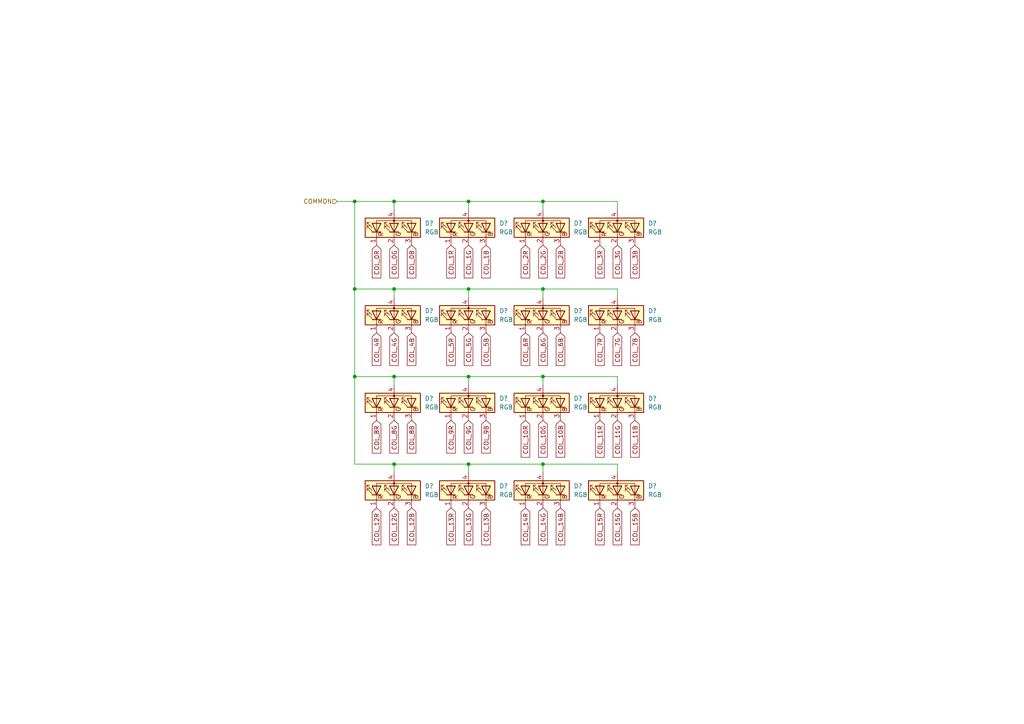
<source format=kicad_sch>
(kicad_sch (version 20210621) (generator eeschema)
  (paper "A4")
  (lib_symbols
    (symbol "Device:LED_RGBA" (pin_names (offset 0) hide)
      (property "Reference" "D" (at 0 9.398 0))
      (property "Value" "LED_RGBA" (at 0 -8.89 0))
      (symbol "LED_RGBA_0_0"
        (text "B" (at -1.905 -6.35 0) (effects (font (size 1.27 1.27))))
        (text "G" (at -1.905 -1.27 0) (effects (font (size 1.27 1.27))))
        (text "R" (at -1.905 3.81 0) (effects (font (size 1.27 1.27))))
      )
      (symbol "LED_RGBA_0_1"
        (circle (center 2.032 0) (radius 0.254) (fill (type outline)))
        (rectangle (start 1.27 -1.27) (end 1.27 1.27))
        (rectangle (start 1.27 1.27) (end 1.27 1.27))
        (rectangle (start 1.27 3.81) (end 1.27 6.35))
        (rectangle (start 1.27 6.35) (end 1.27 6.35))
        (rectangle (start 2.794 8.382) (end -2.794 -7.62) (stroke (width 0.254)) (fill (type background)))
        (polyline (pts (xy -1.27 -5.08) (xy -2.54 -5.08)))
        (polyline (pts (xy -1.27 -5.08) (xy 1.27 -5.08)))
        (polyline (pts (xy -1.27 -3.81) (xy -1.27 -6.35)) (stroke (width 0.254)))
        (polyline (pts (xy -1.27 0) (xy -2.54 0)))
        (polyline (pts (xy -1.27 1.27) (xy -1.27 -1.27)) (stroke (width 0.254)))
        (polyline (pts (xy -1.27 5.08) (xy -2.54 5.08)))
        (polyline (pts (xy -1.27 5.08) (xy 1.27 5.08)))
        (polyline (pts (xy -1.27 6.35) (xy -1.27 3.81)) (stroke (width 0.254)))
        (polyline (pts (xy 1.27 0) (xy -1.27 0)))
        (polyline (pts (xy 1.27 0) (xy 2.54 0)))
        (polyline (pts (xy -1.27 1.27) (xy -1.27 -1.27) (xy -1.27 -1.27)))
        (polyline (pts (xy -1.27 6.35) (xy -1.27 3.81) (xy -1.27 3.81)))
        (polyline (pts (xy 1.27 -5.08) (xy 2.032 -5.08) (xy 2.032 5.08) (xy 1.27 5.08)))
        (polyline (pts (xy 1.27 -3.81) (xy 1.27 -6.35) (xy -1.27 -5.08) (xy 1.27 -3.81)) (stroke (width 0.254)))
        (polyline (pts (xy 1.27 1.27) (xy 1.27 -1.27) (xy -1.27 0) (xy 1.27 1.27)) (stroke (width 0.254)))
        (polyline (pts (xy 1.27 6.35) (xy 1.27 3.81) (xy -1.27 5.08) (xy 1.27 6.35)) (stroke (width 0.254)))
        (polyline (pts (xy -1.016 -3.81) (xy 0.508 -2.286) (xy -0.254 -2.286) (xy 0.508 -2.286) (xy 0.508 -3.048)))
        (polyline (pts (xy -1.016 1.27) (xy 0.508 2.794) (xy -0.254 2.794) (xy 0.508 2.794) (xy 0.508 2.032)))
        (polyline (pts (xy -1.016 6.35) (xy 0.508 7.874) (xy -0.254 7.874) (xy 0.508 7.874) (xy 0.508 7.112)))
        (polyline (pts (xy 0 -3.81) (xy 1.524 -2.286) (xy 0.762 -2.286) (xy 1.524 -2.286) (xy 1.524 -3.048)))
        (polyline (pts (xy 0 1.27) (xy 1.524 2.794) (xy 0.762 2.794) (xy 1.524 2.794) (xy 1.524 2.032)))
        (polyline (pts (xy 0 6.35) (xy 1.524 7.874) (xy 0.762 7.874) (xy 1.524 7.874) (xy 1.524 7.112)))
      )
      (symbol "LED_RGBA_1_1"
        (pin passive line (at -5.08 5.08 0) (length 2.54) (name "RK") (number "1"))
        (pin passive line (at -5.08 0 0) (length 2.54) (name "GK") (number "2"))
        (pin passive line (at -5.08 -5.08 0) (length 2.54) (name "BK") (number "3"))
        (pin passive line (at 5.08 0 180) (length 2.54) (name "A") (number "4"))
      )
    )
  )
  (junction (at 102.87 58.42) (diameter 0.9144))
  (junction (at 102.87 83.82) (diameter 0.9144))
  (junction (at 102.87 109.22) (diameter 0.9144))
  (junction (at 114.3 58.42) (diameter 0.9144))
  (junction (at 114.3 83.82) (diameter 0.9144))
  (junction (at 114.3 109.22) (diameter 0.9144))
  (junction (at 114.3 134.62) (diameter 0.9144))
  (junction (at 135.89 58.42) (diameter 0.9144))
  (junction (at 135.89 83.82) (diameter 0.9144))
  (junction (at 135.89 109.22) (diameter 0.9144))
  (junction (at 135.89 134.62) (diameter 0.9144))
  (junction (at 157.48 58.42) (diameter 0.9144))
  (junction (at 157.48 83.82) (diameter 0.9144))
  (junction (at 157.48 109.22) (diameter 0.9144))
  (junction (at 157.48 134.62) (diameter 0.9144))
  (wire (pts (xy 97.79 58.42) (xy 102.87 58.42)))
  (wire (pts (xy 102.87 58.42) (xy 102.87 83.82)))
  (wire (pts (xy 102.87 58.42) (xy 114.3 58.42)))
  (wire (pts (xy 102.87 83.82) (xy 102.87 109.22)))
  (wire (pts (xy 102.87 83.82) (xy 114.3 83.82)))
  (wire (pts (xy 102.87 109.22) (xy 102.87 134.62)))
  (wire (pts (xy 102.87 109.22) (xy 114.3 109.22)))
  (wire (pts (xy 102.87 134.62) (xy 114.3 134.62)))
  (wire (pts (xy 114.3 58.42) (xy 114.3 60.96)))
  (wire (pts (xy 114.3 58.42) (xy 135.89 58.42)))
  (wire (pts (xy 114.3 83.82) (xy 114.3 86.36)))
  (wire (pts (xy 114.3 83.82) (xy 135.89 83.82)))
  (wire (pts (xy 114.3 109.22) (xy 114.3 111.76)))
  (wire (pts (xy 114.3 109.22) (xy 135.89 109.22)))
  (wire (pts (xy 114.3 134.62) (xy 114.3 137.16)))
  (wire (pts (xy 114.3 134.62) (xy 135.89 134.62)))
  (wire (pts (xy 135.89 58.42) (xy 135.89 60.96)))
  (wire (pts (xy 135.89 58.42) (xy 157.48 58.42)))
  (wire (pts (xy 135.89 83.82) (xy 135.89 86.36)))
  (wire (pts (xy 135.89 83.82) (xy 157.48 83.82)))
  (wire (pts (xy 135.89 109.22) (xy 135.89 111.76)))
  (wire (pts (xy 135.89 109.22) (xy 157.48 109.22)))
  (wire (pts (xy 135.89 134.62) (xy 135.89 137.16)))
  (wire (pts (xy 135.89 134.62) (xy 157.48 134.62)))
  (wire (pts (xy 157.48 58.42) (xy 157.48 60.96)))
  (wire (pts (xy 157.48 58.42) (xy 179.07 58.42)))
  (wire (pts (xy 157.48 83.82) (xy 157.48 86.36)))
  (wire (pts (xy 157.48 83.82) (xy 179.07 83.82)))
  (wire (pts (xy 157.48 109.22) (xy 157.48 111.76)))
  (wire (pts (xy 157.48 109.22) (xy 179.07 109.22)))
  (wire (pts (xy 157.48 134.62) (xy 157.48 137.16)))
  (wire (pts (xy 157.48 134.62) (xy 179.07 134.62)))
  (wire (pts (xy 179.07 60.96) (xy 179.07 58.42)))
  (wire (pts (xy 179.07 83.82) (xy 179.07 86.36)))
  (wire (pts (xy 179.07 109.22) (xy 179.07 111.76)))
  (wire (pts (xy 179.07 134.62) (xy 179.07 137.16)))
  (global_label "COL_0R" (shape input) (at 109.22 71.12 270) (property "Intersheet References" "${INTERSHEET_REFS}" (effects hide)))
  (global_label "COL_4R" (shape input) (at 109.22 96.52 270) (property "Intersheet References" "${INTERSHEET_REFS}" (effects hide)))
  (global_label "COL_8R" (shape input) (at 109.22 121.92 270) (property "Intersheet References" "${INTERSHEET_REFS}" (effects hide)))
  (global_label "COL_12R" (shape input) (at 109.22 147.32 270) (property "Intersheet References" "${INTERSHEET_REFS}" (effects hide)))
  (global_label "COL_0G" (shape input) (at 114.3 71.12 270) (property "Intersheet References" "${INTERSHEET_REFS}" (effects hide)))
  (global_label "COL_4G" (shape input) (at 114.3 96.52 270) (property "Intersheet References" "${INTERSHEET_REFS}" (effects hide)))
  (global_label "COL_8G" (shape input) (at 114.3 121.92 270) (property "Intersheet References" "${INTERSHEET_REFS}" (effects hide)))
  (global_label "COL_12G" (shape input) (at 114.3 147.32 270) (property "Intersheet References" "${INTERSHEET_REFS}" (effects hide)))
  (global_label "COL_0B" (shape input) (at 119.38 71.12 270) (property "Intersheet References" "${INTERSHEET_REFS}" (effects hide)))
  (global_label "COL_4B" (shape input) (at 119.38 96.52 270) (property "Intersheet References" "${INTERSHEET_REFS}" (effects hide)))
  (global_label "COL_8B" (shape input) (at 119.38 121.92 270) (property "Intersheet References" "${INTERSHEET_REFS}" (effects hide)))
  (global_label "COL_12B" (shape input) (at 119.38 147.32 270) (property "Intersheet References" "${INTERSHEET_REFS}" (effects hide)))
  (global_label "COL_1R" (shape input) (at 130.81 71.12 270) (property "Intersheet References" "${INTERSHEET_REFS}" (effects hide)))
  (global_label "COL_5R" (shape input) (at 130.81 96.52 270) (property "Intersheet References" "${INTERSHEET_REFS}" (effects hide)))
  (global_label "COL_9R" (shape input) (at 130.81 121.92 270) (property "Intersheet References" "${INTERSHEET_REFS}" (effects hide)))
  (global_label "COL_13R" (shape input) (at 130.81 147.32 270) (property "Intersheet References" "${INTERSHEET_REFS}" (effects hide)))
  (global_label "COL_1G" (shape input) (at 135.89 71.12 270) (property "Intersheet References" "${INTERSHEET_REFS}" (effects hide)))
  (global_label "COL_5G" (shape input) (at 135.89 96.52 270) (property "Intersheet References" "${INTERSHEET_REFS}" (effects hide)))
  (global_label "COL_9G" (shape input) (at 135.89 121.92 270) (property "Intersheet References" "${INTERSHEET_REFS}" (effects hide)))
  (global_label "COL_13G" (shape input) (at 135.89 147.32 270) (property "Intersheet References" "${INTERSHEET_REFS}" (effects hide)))
  (global_label "COL_1B" (shape input) (at 140.97 71.12 270) (property "Intersheet References" "${INTERSHEET_REFS}" (effects hide)))
  (global_label "COL_5B" (shape input) (at 140.97 96.52 270) (property "Intersheet References" "${INTERSHEET_REFS}" (effects hide)))
  (global_label "COL_9B" (shape input) (at 140.97 121.92 270) (property "Intersheet References" "${INTERSHEET_REFS}" (effects hide)))
  (global_label "COL_13B" (shape input) (at 140.97 147.32 270) (property "Intersheet References" "${INTERSHEET_REFS}" (effects hide)))
  (global_label "COL_2R" (shape input) (at 152.4 71.12 270) (property "Intersheet References" "${INTERSHEET_REFS}" (effects hide)))
  (global_label "COL_6R" (shape input) (at 152.4 96.52 270) (property "Intersheet References" "${INTERSHEET_REFS}" (effects hide)))
  (global_label "COL_10R" (shape input) (at 152.4 121.92 270) (property "Intersheet References" "${INTERSHEET_REFS}" (effects hide)))
  (global_label "COL_14R" (shape input) (at 152.4 147.32 270) (property "Intersheet References" "${INTERSHEET_REFS}" (effects hide)))
  (global_label "COL_2G" (shape input) (at 157.48 71.12 270) (property "Intersheet References" "${INTERSHEET_REFS}" (effects hide)))
  (global_label "COL_6G" (shape input) (at 157.48 96.52 270) (property "Intersheet References" "${INTERSHEET_REFS}" (effects hide)))
  (global_label "COL_10G" (shape input) (at 157.48 121.92 270) (property "Intersheet References" "${INTERSHEET_REFS}" (effects hide)))
  (global_label "COL_14G" (shape input) (at 157.48 147.32 270) (property "Intersheet References" "${INTERSHEET_REFS}" (effects hide)))
  (global_label "COL_2B" (shape input) (at 162.56 71.12 270) (property "Intersheet References" "${INTERSHEET_REFS}" (effects hide)))
  (global_label "COL_6B" (shape input) (at 162.56 96.52 270) (property "Intersheet References" "${INTERSHEET_REFS}" (effects hide)))
  (global_label "COL_10B" (shape input) (at 162.56 121.92 270) (property "Intersheet References" "${INTERSHEET_REFS}" (effects hide)))
  (global_label "COL_14B" (shape input) (at 162.56 147.32 270) (property "Intersheet References" "${INTERSHEET_REFS}" (effects hide)))
  (global_label "COL_3R" (shape input) (at 173.99 71.12 270) (property "Intersheet References" "${INTERSHEET_REFS}" (effects hide)))
  (global_label "COL_7R" (shape input) (at 173.99 96.52 270) (property "Intersheet References" "${INTERSHEET_REFS}" (effects hide)))
  (global_label "COL_11R" (shape input) (at 173.99 121.92 270) (property "Intersheet References" "${INTERSHEET_REFS}" (effects hide)))
  (global_label "COL_15R" (shape input) (at 173.99 147.32 270) (property "Intersheet References" "${INTERSHEET_REFS}" (effects hide)))
  (global_label "COL_3G" (shape input) (at 179.07 71.12 270) (property "Intersheet References" "${INTERSHEET_REFS}" (effects hide)))
  (global_label "COL_7G" (shape input) (at 179.07 96.52 270) (property "Intersheet References" "${INTERSHEET_REFS}" (effects hide)))
  (global_label "COL_11G" (shape input) (at 179.07 121.92 270) (property "Intersheet References" "${INTERSHEET_REFS}" (effects hide)))
  (global_label "COL_15G" (shape input) (at 179.07 147.32 270) (property "Intersheet References" "${INTERSHEET_REFS}" (effects hide)))
  (global_label "COL_3B" (shape input) (at 184.15 71.12 270) (property "Intersheet References" "${INTERSHEET_REFS}" (effects hide)))
  (global_label "COL_7B" (shape input) (at 184.15 96.52 270) (property "Intersheet References" "${INTERSHEET_REFS}" (effects hide)))
  (global_label "COL_11B" (shape input) (at 184.15 121.92 270) (property "Intersheet References" "${INTERSHEET_REFS}" (effects hide)))
  (global_label "COL_15B" (shape input) (at 184.15 147.32 270) (property "Intersheet References" "${INTERSHEET_REFS}" (effects hide)))
  (hierarchical_label "COMMON" (shape input) (at 97.79 58.42 180))
  (symbol (lib_id "Device:LED_RGBA") (at 114.3 66.04 90)
    (property "Reference" "D?" (at 123.19 64.7699 90) (effects (justify right)))
    (property "Value" "RGB" (at 123.19 67.3099 90) (effects (justify right)))
    (property "MPN" "MHPA1515RGBDT" (effects hide))
  )
  (symbol (lib_id "Device:LED_RGBA") (at 114.3 91.44 90)
    (property "Reference" "D?" (at 123.19 90.1699 90) (effects (justify right)))
    (property "Value" "RGB" (at 123.19 92.7099 90) (effects (justify right)))
    (property "MPN" "MHPA1515RGBDT" (effects hide))
  )
  (symbol (lib_id "Device:LED_RGBA") (at 114.3 116.84 90)
    (property "Reference" "D?" (at 123.19 115.5699 90) (effects (justify right)))
    (property "Value" "RGB" (at 123.19 118.1099 90) (effects (justify right)))
    (property "MPN" "MHPA1515RGBDT" (effects hide))
  )
  (symbol (lib_id "Device:LED_RGBA") (at 114.3 142.24 90)
    (property "Reference" "D?" (at 123.19 140.9699 90) (effects (justify right)))
    (property "Value" "RGB" (at 123.19 143.5099 90) (effects (justify right)))
    (property "MPN" "MHPA1515RGBDT" (effects hide))
  )
  (symbol (lib_id "Device:LED_RGBA") (at 135.89 66.04 90)
    (property "Reference" "D?" (at 144.78 64.7699 90) (effects (justify right)))
    (property "Value" "RGB" (at 144.78 67.3099 90) (effects (justify right)))
    (property "MPN" "MHPA1515RGBDT" (effects hide))
  )
  (symbol (lib_id "Device:LED_RGBA") (at 135.89 91.44 90)
    (property "Reference" "D?" (at 144.78 90.1699 90) (effects (justify right)))
    (property "Value" "RGB" (at 144.78 92.7099 90) (effects (justify right)))
    (property "MPN" "MHPA1515RGBDT" (effects hide))
  )
  (symbol (lib_id "Device:LED_RGBA") (at 135.89 116.84 90)
    (property "Reference" "D?" (at 144.78 115.5699 90) (effects (justify right)))
    (property "Value" "RGB" (at 144.78 118.1099 90) (effects (justify right)))
    (property "MPN" "MHPA1515RGBDT" (effects hide))
  )
  (symbol (lib_id "Device:LED_RGBA") (at 135.89 142.24 90)
    (property "Reference" "D?" (at 144.78 140.9699 90) (effects (justify right)))
    (property "Value" "RGB" (at 144.78 143.5099 90) (effects (justify right)))
    (property "MPN" "MHPA1515RGBDT" (effects hide))
  )
  (symbol (lib_id "Device:LED_RGBA") (at 157.48 66.04 90)
    (property "Reference" "D?" (at 166.37 64.7699 90) (effects (justify right)))
    (property "Value" "RGB" (at 166.37 67.3099 90) (effects (justify right)))
    (property "MPN" "MHPA1515RGBDT" (effects hide))
  )
  (symbol (lib_id "Device:LED_RGBA") (at 157.48 91.44 90)
    (property "Reference" "D?" (at 166.37 90.1699 90) (effects (justify right)))
    (property "Value" "RGB" (at 166.37 92.7099 90) (effects (justify right)))
    (property "MPN" "MHPA1515RGBDT" (effects hide))
  )
  (symbol (lib_id "Device:LED_RGBA") (at 157.48 116.84 90)
    (property "Reference" "D?" (at 166.37 115.5699 90) (effects (justify right)))
    (property "Value" "RGB" (at 166.37 118.1099 90) (effects (justify right)))
    (property "MPN" "MHPA1515RGBDT" (effects hide))
  )
  (symbol (lib_id "Device:LED_RGBA") (at 157.48 142.24 90)
    (property "Reference" "D?" (at 166.37 140.9699 90) (effects (justify right)))
    (property "Value" "RGB" (at 166.37 143.5099 90) (effects (justify right)))
    (property "MPN" "MHPA1515RGBDT" (effects hide))
  )
  (symbol (lib_id "Device:LED_RGBA") (at 179.07 66.04 90)
    (property "Reference" "D?" (at 187.96 64.7699 90) (effects (justify right)))
    (property "Value" "RGB" (at 187.96 67.3099 90) (effects (justify right)))
    (property "MPN" "MHPA1515RGBDT" (effects hide))
  )
  (symbol (lib_id "Device:LED_RGBA") (at 179.07 91.44 90)
    (property "Reference" "D?" (at 187.96 90.1699 90) (effects (justify right)))
    (property "Value" "RGB" (at 187.96 92.7099 90) (effects (justify right)))
    (property "MPN" "MHPA1515RGBDT" (effects hide))
  )
  (symbol (lib_id "Device:LED_RGBA") (at 179.07 116.84 90)
    (property "Reference" "D?" (at 187.96 115.5699 90) (effects (justify right)))
    (property "Value" "RGB" (at 187.96 118.1099 90) (effects (justify right)))
    (property "MPN" "MHPA1515RGBDT" (effects hide))
  )
  (symbol (lib_id "Device:LED_RGBA") (at 179.07 142.24 90)
    (property "Reference" "D?" (at 187.96 140.9699 90) (effects (justify right)))
    (property "Value" "RGB" (at 187.96 143.5099 90) (effects (justify right)))
    (property "MPN" "MHPA1515RGBDT" (effects hide))
  )
)
</source>
